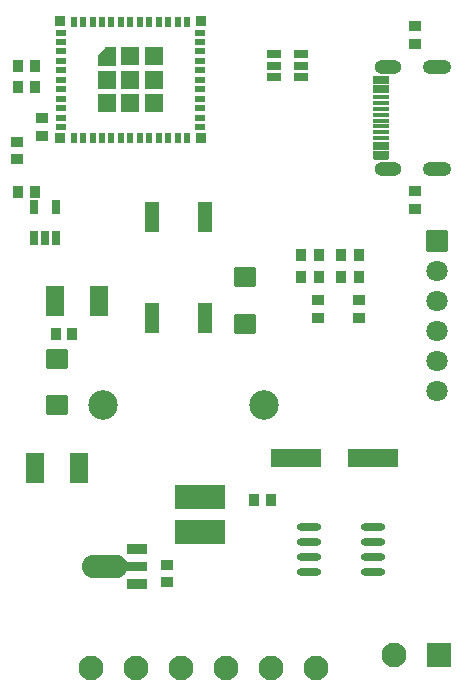
<source format=gts>
G04 Layer: TopSolderMaskLayer*
G04 EasyEDA v6.5.50, 2025-07-26 23:48:56*
G04 e0526752ecbe4abb82186a7948a353df,5db155e37078497989a25cdeaf243bf5,10*
G04 Gerber Generator version 0.2*
G04 Scale: 100 percent, Rotated: No, Reflected: No *
G04 Dimensions in millimeters *
G04 leading zeros omitted , absolute positions ,4 integer and 5 decimal *
%FSLAX45Y45*%
%MOMM*%

%AMMACRO1*4,1,8,-0.8711,-0.9008,-0.9008,-0.871,-0.9008,0.8711,-0.8711,0.9008,0.871,0.9008,0.9008,0.8711,0.9008,-0.871,0.871,-0.9008,-0.8711,-0.9008,0*%
%AMMACRO2*4,1,8,-2.1211,-0.7508,-2.1508,-0.721,-2.1508,0.7211,-2.1211,0.7508,2.121,0.7508,2.1508,0.7211,2.1508,-0.721,2.121,-0.7508,-2.1211,-0.7508,0*%
%AMMACRO3*4,1,8,-0.4211,-0.5008,-0.4508,-0.471,-0.4508,0.4711,-0.4211,0.5008,0.421,0.5008,0.4508,0.4711,0.4508,-0.471,0.421,-0.5008,-0.4211,-0.5008,0*%
%AMMACRO4*4,1,8,-0.8611,-0.8108,-0.8908,-0.781,-0.8908,0.7811,-0.8611,0.8108,0.861,0.8108,0.8908,0.7811,0.8908,-0.781,0.861,-0.8108,-0.8611,-0.8108,0*%
%AMMACRO5*4,1,8,-0.557,-0.3168,-0.5868,-0.287,-0.5868,0.287,-0.557,0.3168,0.557,0.3168,0.5868,0.287,0.5868,-0.287,0.557,-0.3168,-0.557,-0.3168,0*%
%AMMACRO6*4,1,8,-2.1211,-1.0258,-2.1508,-0.996,-2.1508,0.9961,-2.1211,1.0258,2.121,1.0258,2.1508,0.9961,2.1508,-0.996,2.121,-1.0258,-2.1211,-1.0258,0*%
%AMMACRO7*4,1,8,-0.8086,-0.3868,-0.8383,-0.357,-0.8383,0.357,-0.8086,0.3868,0.8085,0.3868,0.8383,0.357,0.8383,-0.357,0.8085,-0.3868,-0.8086,-0.3868,0*%
%AMMACRO8*4,1,8,-0.4531,-0.454,-0.4828,-0.4243,-0.4828,0.4243,-0.4531,0.454,0.453,0.454,0.4828,0.4243,0.4828,-0.4243,0.453,-0.454,-0.4531,-0.454,0*%
%AMMACRO9*4,1,8,-0.4207,-0.25,-0.45,-0.2207,-0.45,0.2207,-0.4207,0.25,0.4207,0.25,0.45,0.2207,0.45,-0.2207,0.4207,-0.25,-0.4207,-0.25,0*%
%AMMACRO10*4,1,8,-0.2207,-0.45,-0.25,-0.4207,-0.25,0.4207,-0.2207,0.45,0.2207,0.45,0.25,0.4207,0.25,-0.4207,0.2207,-0.45,-0.2207,-0.45,0*%
%AMMACRO11*4,1,8,-0.3707,-0.4,-0.4,-0.3707,-0.4,0.3707,-0.3707,0.4,0.3707,0.4,0.4,0.3707,0.4,-0.3707,0.3707,-0.4,-0.3707,-0.4,0*%
%AMMACRO12*4,1,8,-0.7457,-0.775,-0.775,-0.7457,-0.775,0.7457,-0.7457,0.775,0.7457,0.775,0.775,0.7457,0.775,-0.7457,0.7457,-0.775,-0.7457,-0.775,0*%
%AMMACRO13*4,1,8,-0.3322,-0.6033,-0.3619,-0.5735,-0.3619,0.5735,-0.3322,0.6033,0.3322,0.6033,0.3619,0.5735,0.3619,-0.5735,0.3322,-0.6033,-0.3322,-0.6033,0*%
%AMMACRO14*4,1,8,-0.3322,-0.6033,-0.362,-0.5735,-0.362,0.5735,-0.3322,0.6033,0.3322,0.6033,0.362,0.5735,0.362,-0.5735,0.3322,-0.6033,-0.3322,-0.6033,0*%
%AMMACRO15*4,1,8,-0.6257,-0.2,-0.655,-0.1707,-0.655,0.1707,-0.6257,0.2,0.6257,0.2,0.655,0.1707,0.655,-0.1707,0.6257,-0.2,-0.6257,-0.2,0*%
%AMMACRO16*4,1,8,-0.7742,-1.2388,-0.8039,-1.209,-0.8039,1.2091,-0.7742,1.2388,0.7742,1.2388,0.8039,1.2091,0.8039,-1.209,0.7742,-1.2388,-0.7742,-1.2388,0*%
%AMMACRO17*4,1,8,-1.0207,-1.05,-1.05,-1.0207,-1.05,1.0207,-1.0207,1.05,1.0207,1.05,1.05,1.0207,1.05,-1.0207,1.0207,-1.05,-1.0207,-1.05,0*%
%AMMACRO18*4,1,8,-0.4243,-0.4828,-0.454,-0.453,-0.454,0.4531,-0.4243,0.4828,0.4243,0.4828,0.454,0.4531,0.454,-0.453,0.4243,-0.4828,-0.4243,-0.4828,0*%
%AMMACRO19*4,1,8,-0.4711,-0.4508,-0.5008,-0.421,-0.5008,0.4211,-0.4711,0.4508,0.471,0.4508,0.5008,0.4211,0.5008,-0.421,0.471,-0.4508,-0.4711,-0.4508,0*%
%AMMACRO20*4,1,8,-0.5711,-1.3008,-0.6008,-1.271,-0.6008,1.2711,-0.5711,1.3008,0.571,1.3008,0.6008,1.2711,0.6008,-1.271,0.571,-1.3008,-0.5711,-1.3008,0*%
%ADD10MACRO1*%
%ADD11C,1.8016*%
%ADD12MACRO2*%
%ADD13MACRO3*%
%ADD14MACRO4*%
%ADD15MACRO5*%
%ADD16MACRO6*%
%ADD17MACRO7*%
%ADD18MACRO8*%
%ADD19MACRO9*%
%ADD20MACRO10*%
%ADD21MACRO11*%
%ADD22MACRO12*%
%ADD23O,2.051812X0.6700012*%
%ADD24MACRO13*%
%ADD25MACRO14*%
%ADD26MACRO15*%
%ADD27O,2.3015956X1.2015978000000003*%
%ADD28O,2.4015954X1.2015978000000003*%
%ADD29MACRO16*%
%ADD30C,2.5016*%
%ADD31C,2.1000*%
%ADD32C,2.1000*%
%ADD33MACRO17*%
%ADD34MACRO18*%
%ADD35MACRO19*%
%ADD36MACRO20*%
%ADD37C,0.0136*%

%LPD*%
D10*
G01*
X3669992Y4064993D03*
D11*
G01*
X3669995Y3810990D03*
G01*
X3669995Y3556990D03*
G01*
X3669995Y3302990D03*
G01*
X3669995Y3048990D03*
G01*
X3669995Y2794990D03*
D12*
G01*
X2473285Y2229995D03*
G01*
X3126703Y2229995D03*
D13*
G01*
X2119995Y1869996D03*
G01*
X2259995Y1869996D03*
G01*
X579998Y3279993D03*
G01*
X439999Y3279993D03*
G01*
X119999Y4479991D03*
G01*
X259999Y4479991D03*
G01*
X119999Y5369989D03*
G01*
X259999Y5369989D03*
G01*
X119997Y5549990D03*
G01*
X259976Y5549990D03*
D14*
G01*
X449999Y2673494D03*
G01*
X449999Y3066493D03*
D15*
G01*
X2514904Y5454992D03*
G01*
X2514904Y5549988D03*
G01*
X2514904Y5644984D03*
G01*
X2285085Y5644984D03*
G01*
X2285085Y5549988D03*
G01*
X2285085Y5454992D03*
D16*
G01*
X1659996Y1602496D03*
G01*
X1659996Y1897496D03*
D17*
G01*
X1125628Y1160010D03*
G01*
X1125628Y1460009D03*
G36*
X761677Y1209977D02*
G01*
X761558Y1209979D01*
X757105Y1210086D01*
X756874Y1210096D01*
X752431Y1210409D01*
X752198Y1210429D01*
X747773Y1210950D01*
X747542Y1210983D01*
X743148Y1211709D01*
X742914Y1211755D01*
X738558Y1212689D01*
X738332Y1212743D01*
X734026Y1213878D01*
X733800Y1213944D01*
X729551Y1215280D01*
X729330Y1215356D01*
X725149Y1216891D01*
X724928Y1216977D01*
X720824Y1218707D01*
X720613Y1218801D01*
X716592Y1220718D01*
X716381Y1220825D01*
X712457Y1222931D01*
X712254Y1223048D01*
X708431Y1225336D01*
X708233Y1225461D01*
X704522Y1227924D01*
X704331Y1228056D01*
X700740Y1230690D01*
X700552Y1230835D01*
X697090Y1233634D01*
X696909Y1233787D01*
X693580Y1236748D01*
X693409Y1236908D01*
X690224Y1240020D01*
X690062Y1240185D01*
X687024Y1243444D01*
X686866Y1243619D01*
X683986Y1247015D01*
X683839Y1247198D01*
X681121Y1250726D01*
X680984Y1250916D01*
X678434Y1254569D01*
X678301Y1254765D01*
X675927Y1258531D01*
X675807Y1258732D01*
X673610Y1262608D01*
X673501Y1262814D01*
X671487Y1266786D01*
X671385Y1267000D01*
X669561Y1271064D01*
X669470Y1271277D01*
X667837Y1275420D01*
X667755Y1275643D01*
X666320Y1279860D01*
X666249Y1280081D01*
X665012Y1284361D01*
X664954Y1284589D01*
X663920Y1288922D01*
X663872Y1289151D01*
X663041Y1293525D01*
X663000Y1293756D01*
X662376Y1298168D01*
X662350Y1298402D01*
X661934Y1302837D01*
X661916Y1303070D01*
X661708Y1307518D01*
X661703Y1307752D01*
X661703Y1312207D01*
X661708Y1312440D01*
X661916Y1316888D01*
X661934Y1317122D01*
X662350Y1321556D01*
X662376Y1321790D01*
X663000Y1326202D01*
X663041Y1326433D01*
X663872Y1330807D01*
X663920Y1331036D01*
X664954Y1335369D01*
X665012Y1335598D01*
X666249Y1339877D01*
X666320Y1340098D01*
X667755Y1344315D01*
X667837Y1344538D01*
X669470Y1348681D01*
X669561Y1348894D01*
X671385Y1352958D01*
X671487Y1353172D01*
X673501Y1357144D01*
X673610Y1357350D01*
X675807Y1361226D01*
X675927Y1361427D01*
X678301Y1365194D01*
X678434Y1365389D01*
X680984Y1369042D01*
X681121Y1369232D01*
X683839Y1372760D01*
X683986Y1372943D01*
X686866Y1376339D01*
X687024Y1376514D01*
X690062Y1379773D01*
X690224Y1379938D01*
X693409Y1383050D01*
X693580Y1383210D01*
X696909Y1386171D01*
X697090Y1386324D01*
X700552Y1389123D01*
X700740Y1389268D01*
X704331Y1391902D01*
X704522Y1392034D01*
X708233Y1394498D01*
X708431Y1394622D01*
X712254Y1396911D01*
X712457Y1397027D01*
X716381Y1399133D01*
X716592Y1399240D01*
X720613Y1401157D01*
X720824Y1401251D01*
X724928Y1402981D01*
X725149Y1403068D01*
X729330Y1404602D01*
X729551Y1404678D01*
X733800Y1406014D01*
X734026Y1406080D01*
X738332Y1407215D01*
X738558Y1407269D01*
X742914Y1408203D01*
X743148Y1408249D01*
X747542Y1408976D01*
X747773Y1409009D01*
X752198Y1409529D01*
X752431Y1409550D01*
X756874Y1409862D01*
X757105Y1409872D01*
X761558Y1409979D01*
X761677Y1409981D01*
X947097Y1409981D01*
X947216Y1409979D01*
X951669Y1409872D01*
X951900Y1409862D01*
X956343Y1409550D01*
X956576Y1409529D01*
X961001Y1409009D01*
X961232Y1408976D01*
X965626Y1408249D01*
X965860Y1408203D01*
X970216Y1407269D01*
X970442Y1407215D01*
X974747Y1406080D01*
X974973Y1406014D01*
X979223Y1404678D01*
X979444Y1404602D01*
X983625Y1403068D01*
X983846Y1402981D01*
X987950Y1401251D01*
X988161Y1401157D01*
X992182Y1399240D01*
X992393Y1399133D01*
X996317Y1397027D01*
X996520Y1396911D01*
X1000343Y1394622D01*
X1000541Y1394498D01*
X1004252Y1392034D01*
X1004443Y1391902D01*
X1008034Y1389268D01*
X1008222Y1389123D01*
X1011684Y1386324D01*
X1011864Y1386171D01*
X1015194Y1383210D01*
X1015364Y1383050D01*
X1018550Y1379938D01*
X1018712Y1379773D01*
X1021750Y1376514D01*
X1021908Y1376339D01*
X1024788Y1372943D01*
X1024935Y1372760D01*
X1027653Y1369232D01*
X1027790Y1369042D01*
X1030340Y1365389D01*
X1030472Y1365194D01*
X1032847Y1361427D01*
X1032967Y1361226D01*
X1035164Y1357350D01*
X1035273Y1357144D01*
X1037287Y1353172D01*
X1037391Y1352953D01*
X1037485Y1352730D01*
X1037569Y1352501D01*
X1037640Y1352268D01*
X1037701Y1352031D01*
X1038633Y1347983D01*
X1204384Y1347983D01*
X1204874Y1347960D01*
X1205359Y1347886D01*
X1205837Y1347767D01*
X1206299Y1347602D01*
X1206741Y1347393D01*
X1207162Y1347139D01*
X1207556Y1346847D01*
X1207919Y1346517D01*
X1208250Y1346154D01*
X1208542Y1345760D01*
X1208796Y1345338D01*
X1209004Y1344896D01*
X1209169Y1344434D01*
X1209288Y1343957D01*
X1209362Y1343472D01*
X1209385Y1342981D01*
X1209385Y1276982D01*
X1209362Y1276492D01*
X1209288Y1276007D01*
X1209169Y1275529D01*
X1209004Y1275067D01*
X1208796Y1274625D01*
X1208542Y1274203D01*
X1208250Y1273810D01*
X1207919Y1273446D01*
X1207556Y1273116D01*
X1207162Y1272824D01*
X1206741Y1272570D01*
X1206299Y1272362D01*
X1205837Y1272197D01*
X1205359Y1272077D01*
X1204874Y1272004D01*
X1204384Y1271981D01*
X1038633Y1271981D01*
X1037701Y1267927D01*
X1037640Y1267691D01*
X1037569Y1267460D01*
X1037485Y1267228D01*
X1037391Y1267005D01*
X1037287Y1266786D01*
X1035273Y1262814D01*
X1035164Y1262608D01*
X1032967Y1258732D01*
X1032847Y1258531D01*
X1030472Y1254765D01*
X1030340Y1254569D01*
X1027790Y1250916D01*
X1027653Y1250726D01*
X1024935Y1247198D01*
X1024788Y1247015D01*
X1021908Y1243619D01*
X1021750Y1243444D01*
X1018712Y1240185D01*
X1018550Y1240020D01*
X1015364Y1236908D01*
X1015194Y1236748D01*
X1011864Y1233787D01*
X1011684Y1233634D01*
X1008222Y1230835D01*
X1008034Y1230690D01*
X1004443Y1228056D01*
X1004252Y1227924D01*
X1000541Y1225461D01*
X1000343Y1225336D01*
X996520Y1223048D01*
X996317Y1222931D01*
X992393Y1220825D01*
X992182Y1220718D01*
X988161Y1218801D01*
X987950Y1218707D01*
X983846Y1216977D01*
X983625Y1216891D01*
X979444Y1215356D01*
X979223Y1215280D01*
X974973Y1213944D01*
X974747Y1213878D01*
X970442Y1212743D01*
X970216Y1212689D01*
X965860Y1211755D01*
X965626Y1211709D01*
X961232Y1210983D01*
X961001Y1210950D01*
X956576Y1210429D01*
X956343Y1210409D01*
X951900Y1210096D01*
X951669Y1210086D01*
X947216Y1209979D01*
X947097Y1209977D01*
G37*
D18*
G01*
X1379997Y1325322D03*
G01*
X1379997Y1174672D03*
G01*
X3479993Y4485316D03*
G01*
X3479993Y4334666D03*
G01*
X3479993Y5885313D03*
G01*
X3479993Y5734663D03*
D19*
G01*
X479999Y5829988D03*
G01*
X479999Y5749988D03*
G01*
X479999Y5669988D03*
G01*
X479999Y5589988D03*
G01*
X479999Y5509988D03*
G01*
X479999Y5429989D03*
G01*
X479999Y5349989D03*
G01*
X479999Y5269989D03*
G01*
X479999Y5189989D03*
G01*
X479999Y5109989D03*
G01*
X479999Y5029989D03*
D20*
G01*
X589998Y4939990D03*
G01*
X669998Y4939990D03*
G01*
X749998Y4939990D03*
G01*
X829998Y4939990D03*
G01*
X909998Y4939990D03*
G01*
X989998Y4939990D03*
G01*
X1069997Y4939990D03*
G01*
X1149997Y4939990D03*
G01*
X1229997Y4939990D03*
G01*
X1309997Y4939990D03*
G01*
X1389997Y4939990D03*
G01*
X1469997Y4939990D03*
G01*
X1549996Y4939990D03*
D19*
G01*
X1659996Y5029989D03*
G01*
X1659996Y5109989D03*
G01*
X1659996Y5189989D03*
G01*
X1659996Y5269989D03*
G01*
X1659996Y5349989D03*
G01*
X1659996Y5429989D03*
G01*
X1659996Y5509988D03*
G01*
X1659996Y5589988D03*
G01*
X1659996Y5669988D03*
G01*
X1659996Y5749988D03*
G01*
X1659996Y5829988D03*
D20*
G01*
X1549996Y5919988D03*
G01*
X1469997Y5919988D03*
G01*
X1389997Y5919988D03*
G01*
X1309997Y5919988D03*
G01*
X1229997Y5919988D03*
G01*
X1149997Y5919988D03*
G01*
X1069997Y5919988D03*
G01*
X989998Y5919988D03*
G01*
X909998Y5919988D03*
G01*
X829998Y5919988D03*
G01*
X749998Y5919988D03*
G01*
X669998Y5919988D03*
G01*
X589998Y5919988D03*
D21*
G01*
X1664997Y5924989D03*
G01*
X1664997Y4934988D03*
G01*
X474997Y4934988D03*
G01*
X474997Y5924989D03*
G36*
X799985Y5549983D02*
G01*
X799495Y5550006D01*
X799010Y5550080D01*
X798532Y5550199D01*
X798070Y5550364D01*
X797628Y5550573D01*
X797206Y5550827D01*
X796813Y5551119D01*
X796450Y5551449D01*
X796119Y5551812D01*
X795827Y5552206D01*
X795573Y5552627D01*
X795365Y5553069D01*
X795200Y5553532D01*
X795080Y5554009D01*
X795007Y5554494D01*
X794984Y5554985D01*
X794984Y5639983D01*
X795014Y5640542D01*
X795108Y5641096D01*
X795263Y5641634D01*
X795479Y5642152D01*
X795751Y5642645D01*
X796076Y5643102D01*
X796450Y5643519D01*
X856449Y5703519D01*
X856866Y5703892D01*
X857323Y5704217D01*
X857816Y5704489D01*
X858334Y5704705D01*
X858873Y5704860D01*
X859426Y5704954D01*
X859985Y5704984D01*
X944984Y5704984D01*
X945474Y5704961D01*
X945959Y5704888D01*
X946437Y5704768D01*
X946899Y5704603D01*
X947341Y5704395D01*
X947762Y5704141D01*
X948156Y5703849D01*
X948519Y5703519D01*
X948850Y5703155D01*
X949142Y5702762D01*
X949396Y5702340D01*
X949604Y5701898D01*
X949769Y5701436D01*
X949888Y5700958D01*
X949962Y5700473D01*
X949985Y5699983D01*
X949985Y5554985D01*
X949962Y5554494D01*
X949888Y5554009D01*
X949769Y5553532D01*
X949604Y5553069D01*
X949396Y5552627D01*
X949142Y5552206D01*
X948850Y5551812D01*
X948519Y5551449D01*
X948156Y5551119D01*
X947762Y5550827D01*
X947341Y5550573D01*
X946899Y5550364D01*
X946437Y5550199D01*
X945959Y5550080D01*
X945474Y5550006D01*
X944984Y5549983D01*
G37*
D22*
G01*
X1267485Y5232483D03*
G01*
X1069985Y5232483D03*
G01*
X872484Y5232483D03*
G01*
X872484Y5429984D03*
G01*
X1069985Y5627484D03*
G01*
X1267485Y5627484D03*
G01*
X1267485Y5429984D03*
G01*
X1069985Y5429984D03*
D23*
G01*
X2579497Y1640484D03*
G01*
X2579497Y1513484D03*
G01*
X2579497Y1386484D03*
G01*
X2579497Y1259484D03*
G01*
X3120516Y1640484D03*
G01*
X3120516Y1513484D03*
G01*
X3120516Y1386484D03*
G01*
X3120516Y1259484D03*
D24*
G01*
X444972Y4349993D03*
G01*
X255023Y4349993D03*
G01*
X255021Y4089989D03*
D25*
G01*
X349935Y4089989D03*
D24*
G01*
X444967Y4089991D03*
D26*
G01*
X3192362Y5284970D03*
G01*
X3192362Y5234932D03*
G01*
X3192362Y5184970D03*
G01*
X3192362Y5134957D03*
G01*
X3192362Y5084970D03*
G01*
X3192362Y5034958D03*
G01*
X3192362Y4984970D03*
G01*
X3192362Y4934958D03*
G36*
X3131860Y4754963D02*
G01*
X3131370Y4754989D01*
X3130885Y4755060D01*
X3130410Y4755179D01*
X3129948Y4755344D01*
X3129503Y4755555D01*
X3129081Y4755807D01*
X3128688Y4756099D01*
X3128324Y4756429D01*
X3127994Y4756792D01*
X3127702Y4757186D01*
X3127451Y4757607D01*
X3127240Y4758052D01*
X3127075Y4758514D01*
X3126955Y4758989D01*
X3126884Y4759474D01*
X3126859Y4759965D01*
X3126861Y4759965D01*
X3126861Y4819962D01*
X3126859Y4819962D01*
X3126884Y4820452D01*
X3126955Y4820937D01*
X3127075Y4821412D01*
X3127240Y4821875D01*
X3127451Y4822319D01*
X3127702Y4822741D01*
X3127994Y4823134D01*
X3128324Y4823498D01*
X3128688Y4823828D01*
X3129081Y4824120D01*
X3129503Y4824371D01*
X3129948Y4824582D01*
X3130410Y4824747D01*
X3130885Y4824867D01*
X3131370Y4824938D01*
X3131860Y4824963D01*
X3131860Y4824961D01*
X3252861Y4824961D01*
X3252861Y4824963D01*
X3253351Y4824938D01*
X3253836Y4824867D01*
X3254311Y4824747D01*
X3254773Y4824582D01*
X3255218Y4824371D01*
X3255639Y4824120D01*
X3256033Y4823828D01*
X3256396Y4823498D01*
X3256727Y4823134D01*
X3257019Y4822741D01*
X3257270Y4822319D01*
X3257481Y4821875D01*
X3257646Y4821412D01*
X3257765Y4820937D01*
X3257837Y4820452D01*
X3257862Y4819962D01*
X3257862Y4759965D01*
X3257837Y4759474D01*
X3257765Y4758989D01*
X3257646Y4758514D01*
X3257481Y4758052D01*
X3257270Y4757607D01*
X3257019Y4757186D01*
X3256727Y4756792D01*
X3256396Y4756429D01*
X3256033Y4756099D01*
X3255639Y4755807D01*
X3255218Y4755555D01*
X3254773Y4755344D01*
X3254311Y4755179D01*
X3253836Y4755060D01*
X3253351Y4754989D01*
X3252861Y4754963D01*
G37*
G36*
X3131860Y4834973D02*
G01*
X3131370Y4834999D01*
X3130885Y4835070D01*
X3130410Y4835189D01*
X3129948Y4835354D01*
X3129503Y4835565D01*
X3129081Y4835817D01*
X3128688Y4836109D01*
X3128324Y4836439D01*
X3127994Y4836802D01*
X3127702Y4837196D01*
X3127451Y4837617D01*
X3127240Y4838062D01*
X3127075Y4838524D01*
X3126955Y4838999D01*
X3126884Y4839484D01*
X3126859Y4839975D01*
X3126861Y4839975D01*
X3126861Y4899972D01*
X3126859Y4899972D01*
X3126884Y4900462D01*
X3126955Y4900947D01*
X3127075Y4901422D01*
X3127240Y4901885D01*
X3127451Y4902329D01*
X3127702Y4902751D01*
X3127994Y4903144D01*
X3128324Y4903508D01*
X3128688Y4903838D01*
X3129081Y4904130D01*
X3129503Y4904381D01*
X3129948Y4904592D01*
X3130410Y4904757D01*
X3130885Y4904877D01*
X3131370Y4904948D01*
X3131860Y4904973D01*
X3131860Y4904971D01*
X3252861Y4904971D01*
X3252861Y4904973D01*
X3253351Y4904948D01*
X3253836Y4904877D01*
X3254311Y4904757D01*
X3254773Y4904592D01*
X3255218Y4904381D01*
X3255639Y4904130D01*
X3256033Y4903838D01*
X3256396Y4903508D01*
X3256727Y4903144D01*
X3257019Y4902751D01*
X3257270Y4902329D01*
X3257481Y4901885D01*
X3257646Y4901422D01*
X3257765Y4900947D01*
X3257837Y4900462D01*
X3257862Y4899972D01*
X3257862Y4839975D01*
X3257837Y4839484D01*
X3257765Y4838999D01*
X3257646Y4838524D01*
X3257481Y4838062D01*
X3257270Y4837617D01*
X3257019Y4837196D01*
X3256727Y4836802D01*
X3256396Y4836439D01*
X3256033Y4836109D01*
X3255639Y4835817D01*
X3255218Y4835565D01*
X3254773Y4835354D01*
X3254311Y4835189D01*
X3253836Y4835070D01*
X3253351Y4834999D01*
X3252861Y4834973D01*
G37*
G36*
X3131860Y5314960D02*
G01*
X3131370Y5314985D01*
X3130885Y5315056D01*
X3130410Y5315176D01*
X3129948Y5315341D01*
X3129503Y5315551D01*
X3129081Y5315803D01*
X3128688Y5316095D01*
X3128324Y5316425D01*
X3127994Y5316788D01*
X3127702Y5317182D01*
X3127451Y5317604D01*
X3127240Y5318048D01*
X3127075Y5318511D01*
X3126955Y5318986D01*
X3126884Y5319471D01*
X3126859Y5319961D01*
X3126861Y5319961D01*
X3126861Y5379956D01*
X3126859Y5379956D01*
X3126884Y5380446D01*
X3126955Y5380931D01*
X3127075Y5381406D01*
X3127240Y5381868D01*
X3127451Y5382313D01*
X3127702Y5382734D01*
X3127994Y5383128D01*
X3128324Y5383491D01*
X3128688Y5383822D01*
X3129081Y5384114D01*
X3129503Y5384365D01*
X3129948Y5384576D01*
X3130410Y5384741D01*
X3130885Y5384860D01*
X3131370Y5384932D01*
X3131860Y5384957D01*
X3131860Y5384954D01*
X3252863Y5384954D01*
X3252863Y5384957D01*
X3253353Y5384932D01*
X3253839Y5384860D01*
X3254314Y5384741D01*
X3254776Y5384576D01*
X3255220Y5384365D01*
X3255642Y5384114D01*
X3256036Y5383822D01*
X3256399Y5383491D01*
X3256729Y5383128D01*
X3257021Y5382734D01*
X3257273Y5382313D01*
X3257483Y5381868D01*
X3257649Y5381406D01*
X3257768Y5380931D01*
X3257839Y5380446D01*
X3257864Y5379956D01*
X3257864Y5319961D01*
X3257839Y5319471D01*
X3257768Y5318986D01*
X3257649Y5318511D01*
X3257483Y5318048D01*
X3257273Y5317604D01*
X3257021Y5317182D01*
X3256729Y5316788D01*
X3256399Y5316425D01*
X3256036Y5316095D01*
X3255642Y5315803D01*
X3255220Y5315551D01*
X3254776Y5315341D01*
X3254314Y5315176D01*
X3253839Y5315056D01*
X3253353Y5314985D01*
X3252863Y5314960D01*
G37*
G36*
X3131614Y5394985D02*
G01*
X3131124Y5395010D01*
X3130638Y5395081D01*
X3130163Y5395201D01*
X3129701Y5395366D01*
X3129257Y5395577D01*
X3128835Y5395828D01*
X3128441Y5396120D01*
X3128078Y5396450D01*
X3127748Y5396814D01*
X3127456Y5397207D01*
X3127204Y5397629D01*
X3126993Y5398074D01*
X3126828Y5398536D01*
X3126709Y5399011D01*
X3126638Y5399496D01*
X3126613Y5399986D01*
X3126615Y5399986D01*
X3126615Y5459984D01*
X3126613Y5459984D01*
X3126638Y5460474D01*
X3126709Y5460959D01*
X3126828Y5461434D01*
X3126993Y5461896D01*
X3127204Y5462341D01*
X3127456Y5462762D01*
X3127748Y5463156D01*
X3128078Y5463519D01*
X3128441Y5463849D01*
X3128835Y5464141D01*
X3129257Y5464393D01*
X3129701Y5464604D01*
X3130163Y5464769D01*
X3130638Y5464888D01*
X3131124Y5464959D01*
X3131614Y5464985D01*
X3131614Y5464982D01*
X3252614Y5464982D01*
X3252614Y5464985D01*
X3253104Y5464959D01*
X3253590Y5464888D01*
X3254065Y5464769D01*
X3254527Y5464604D01*
X3254971Y5464393D01*
X3255393Y5464141D01*
X3255787Y5463849D01*
X3256150Y5463519D01*
X3256480Y5463156D01*
X3256772Y5462762D01*
X3257024Y5462341D01*
X3257235Y5461896D01*
X3257400Y5461434D01*
X3257519Y5460959D01*
X3257590Y5460474D01*
X3257616Y5459984D01*
X3257616Y5399986D01*
X3257590Y5399496D01*
X3257519Y5399011D01*
X3257400Y5398536D01*
X3257235Y5398074D01*
X3257024Y5397629D01*
X3256772Y5397207D01*
X3256480Y5396814D01*
X3256150Y5396450D01*
X3255787Y5396120D01*
X3255393Y5395828D01*
X3254971Y5395577D01*
X3254527Y5395366D01*
X3254065Y5395201D01*
X3253590Y5395081D01*
X3253104Y5395010D01*
X3252614Y5394985D01*
G37*
D27*
G01*
X3252850Y4677994D03*
G01*
X3252850Y5541975D03*
D28*
G01*
X3667861Y5542000D03*
G01*
X3667861Y4677994D03*
D29*
G01*
X433936Y3559992D03*
G01*
X806061Y3559992D03*
G01*
X636061Y2139995D03*
G01*
X263936Y2139995D03*
D30*
G01*
X2200020Y2680004D03*
G01*
X840003Y2680004D03*
D31*
G01*
X1499514Y449986D03*
G01*
X2642514Y449986D03*
G01*
X2261514Y449986D03*
G01*
X1880514Y449986D03*
G01*
X1118514Y449986D03*
G01*
X737514Y449986D03*
D32*
G01*
X3299485Y559993D03*
D33*
G01*
X3680493Y559998D03*
D18*
G01*
X2659994Y3565317D03*
G01*
X2659994Y3414668D03*
D34*
G01*
X2665319Y3759992D03*
G01*
X2514669Y3759992D03*
D18*
G01*
X3009993Y3565317D03*
G01*
X3009993Y3414668D03*
D34*
G01*
X3005319Y3759992D03*
G01*
X2854669Y3759992D03*
G01*
X2514669Y3949992D03*
G01*
X2665319Y3949992D03*
G01*
X3005319Y3949992D03*
G01*
X2854669Y3949992D03*
D35*
G01*
X109999Y4759990D03*
G01*
X109999Y4899990D03*
D14*
G01*
X2039995Y3756492D03*
G01*
X2039995Y3363493D03*
D18*
G01*
X319999Y5105314D03*
G01*
X319999Y4954664D03*
D36*
G01*
X1704990Y4264991D03*
G01*
X1704990Y3414993D03*
G01*
X1255003Y4264991D03*
G01*
X1255003Y3414993D03*
M02*

</source>
